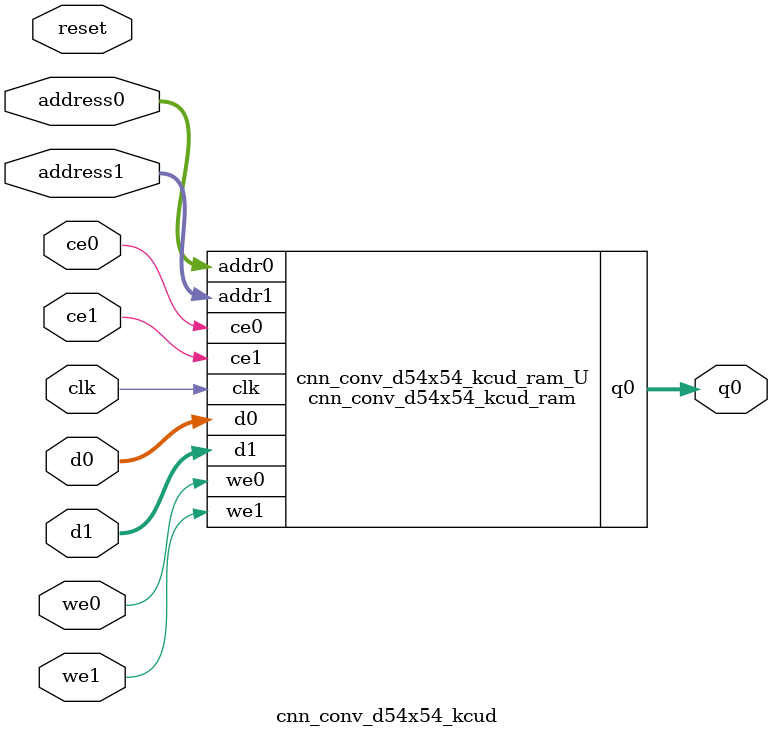
<source format=v>

`timescale 1 ns / 1 ps
module cnn_conv_d54x54_kcud_ram (addr0, ce0, d0, we0, q0, addr1, ce1, d1, we1,  clk);

parameter DWIDTH = 32;
parameter AWIDTH = 6;
parameter MEM_SIZE = 54;

input[AWIDTH-1:0] addr0;
input ce0;
input[DWIDTH-1:0] d0;
input we0;
output reg[DWIDTH-1:0] q0;
input[AWIDTH-1:0] addr1;
input ce1;
input[DWIDTH-1:0] d1;
input we1;
input clk;

(* ram_style = "block" *)reg [DWIDTH-1:0] ram[0:MEM_SIZE-1];




always @(posedge clk)  
begin 
    if (ce0) 
    begin
        if (we0) 
        begin 
            ram[addr0] <= d0; 
            q0 <= d0;
        end 
        else 
            q0 <= ram[addr0];
    end
end


always @(posedge clk)  
begin 
    if (ce1) 
    begin
        if (we1) 
        begin 
            ram[addr1] <= d1; 
        end 
    end
end


endmodule


`timescale 1 ns / 1 ps
module cnn_conv_d54x54_kcud(
    reset,
    clk,
    address0,
    ce0,
    we0,
    d0,
    q0,
    address1,
    ce1,
    we1,
    d1);

parameter DataWidth = 32'd32;
parameter AddressRange = 32'd54;
parameter AddressWidth = 32'd6;
input reset;
input clk;
input[AddressWidth - 1:0] address0;
input ce0;
input we0;
input[DataWidth - 1:0] d0;
output[DataWidth - 1:0] q0;
input[AddressWidth - 1:0] address1;
input ce1;
input we1;
input[DataWidth - 1:0] d1;



cnn_conv_d54x54_kcud_ram cnn_conv_d54x54_kcud_ram_U(
    .clk( clk ),
    .addr0( address0 ),
    .ce0( ce0 ),
    .d0( d0 ),
    .we0( we0 ),
    .q0( q0 ),
    .addr1( address1 ),
    .ce1( ce1 ),
    .d1( d1 ),
    .we1( we1 ));

endmodule


</source>
